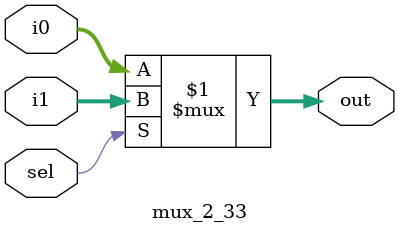
<source format=v>
module mux_32(out, sel, i0, i1, i2, i3, i4, i5, i6, i7, i8, i9, i10, i11, i12, i13, i14, i15, i16, i17, i18, i19, i20, i21, i22, i23, i24, i25, i26, i27, i28, i29, i30, i31);

    input [4:0] sel;
    input [31:0] i0, i1, i2, i3, i4, i5, i6, i7, i8, i9, i10, i11, i12, i13, i14, i15, i16, i17, i18, i19, i20, i21, i22, i23, i24, i25, i26, i27, i28, i29, i30, i31;

    output [31:0] out;

    wire [31:0] w1, w2;

    mux_16 ftop(w1, sel[3:0], i0, i1, i2, i3, i4, i5, i6, i7, i8, i9, i10, i11, i12, i13, i14, i15);
    mux_16 fbot(w2, sel[3:0], i16, i17, i18, i19, i20, i21, i22, i23, i24, i25, i26, i27, i28, i29, i30, i31);
    mux_2 seco(out, sel[4], w1, w2);

endmodule

module mux_16(out, sel, i0, i1, i2, i3, i4, i5, i6, i7, i8, i9, i10, i11, i12, i13, i14, i15);

    input [3:0] sel;
    input [31:0] i0, i1, i2, i3, i4, i5, i6, i7, i8, i9, i10, i11, i12, i13, i14, i15;

    output [31:0] out;

    wire [31:0] w1, w2;

    mux_8 ftop(w1, sel[2:0], i0, i1, i2, i3, i4, i5, i6, i7);
    mux_8 fbot(w2, sel[2:0], i8, i9, i10, i11, i12, i13, i14, i15);
    mux_2 seco(out, sel[3], w1, w2);

endmodule

module mux_8(out, sel, i0, i1, i2, i3, i4, i5, i6, i7);

    input [2:0] sel;
    input [31:0] i0, i1, i2, i3, i4, i5, i6, i7;

    output [31:0] out;

    wire [31:0] w1, w2;

    mux_4 ftop(w1, sel[1:0], i0, i1, i2, i3);
    mux_4 fbot(w2, sel[1:0], i4, i5, i6, i7);
    mux_2 seco(out, sel[2], w1, w2);

endmodule

module mux_4(out, sel, i0, i1, i2, i3);

    input [1:0] sel;
    input [31:0] i0, i1, i2, i3;

    output [31:0] out;

    wire [31:0] w1, w2;

    mux_2 ftop(w1, sel[0], i0, i1);
    mux_2 fbot(w2, sel[0], i2, i3);
    mux_2 secd(out, sel[1], w1, w2);

endmodule

module mux_2(out, sel, i0, i1);

    input sel;
    input [31:0] i0, i1;

    output [31:0] out;

    assign out = sel ? i1 : i0;

endmodule

module mux_2_33(out, sel, i0, i1);

    input sel;
    input [32:0] i0, i1;

    output [32:0] out;

    assign out = sel ? i1 : i0;

endmodule
</source>
